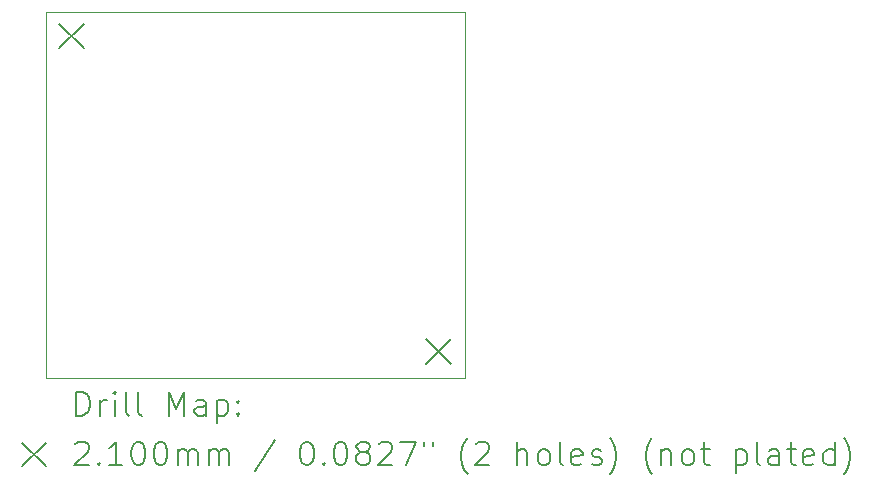
<source format=gbr>
%TF.GenerationSoftware,KiCad,Pcbnew,8.0.3-8.0.3-0~ubuntu22.04.1*%
%TF.CreationDate,2024-07-04T16:51:58+05:30*%
%TF.ProjectId,CSI,4353492e-6b69-4636-9164-5f7063625858,rev?*%
%TF.SameCoordinates,Original*%
%TF.FileFunction,Drillmap*%
%TF.FilePolarity,Positive*%
%FSLAX45Y45*%
G04 Gerber Fmt 4.5, Leading zero omitted, Abs format (unit mm)*
G04 Created by KiCad (PCBNEW 8.0.3-8.0.3-0~ubuntu22.04.1) date 2024-07-04 16:51:58*
%MOMM*%
%LPD*%
G01*
G04 APERTURE LIST*
%ADD10C,0.100000*%
%ADD11C,0.200000*%
%ADD12C,0.210000*%
G04 APERTURE END LIST*
D10*
X13910000Y-8517500D02*
X17455000Y-8517500D01*
X17455000Y-11620000D01*
X13910000Y-11620000D01*
X13910000Y-8517500D01*
D11*
D12*
X14017500Y-8617500D02*
X14227500Y-8827500D01*
X14227500Y-8617500D02*
X14017500Y-8827500D01*
X17130000Y-11290000D02*
X17340000Y-11500000D01*
X17340000Y-11290000D02*
X17130000Y-11500000D01*
D11*
X14165777Y-11936484D02*
X14165777Y-11736484D01*
X14165777Y-11736484D02*
X14213396Y-11736484D01*
X14213396Y-11736484D02*
X14241967Y-11746008D01*
X14241967Y-11746008D02*
X14261015Y-11765055D01*
X14261015Y-11765055D02*
X14270539Y-11784103D01*
X14270539Y-11784103D02*
X14280062Y-11822198D01*
X14280062Y-11822198D02*
X14280062Y-11850769D01*
X14280062Y-11850769D02*
X14270539Y-11888865D01*
X14270539Y-11888865D02*
X14261015Y-11907912D01*
X14261015Y-11907912D02*
X14241967Y-11926960D01*
X14241967Y-11926960D02*
X14213396Y-11936484D01*
X14213396Y-11936484D02*
X14165777Y-11936484D01*
X14365777Y-11936484D02*
X14365777Y-11803150D01*
X14365777Y-11841246D02*
X14375301Y-11822198D01*
X14375301Y-11822198D02*
X14384824Y-11812674D01*
X14384824Y-11812674D02*
X14403872Y-11803150D01*
X14403872Y-11803150D02*
X14422920Y-11803150D01*
X14489586Y-11936484D02*
X14489586Y-11803150D01*
X14489586Y-11736484D02*
X14480062Y-11746008D01*
X14480062Y-11746008D02*
X14489586Y-11755531D01*
X14489586Y-11755531D02*
X14499110Y-11746008D01*
X14499110Y-11746008D02*
X14489586Y-11736484D01*
X14489586Y-11736484D02*
X14489586Y-11755531D01*
X14613396Y-11936484D02*
X14594348Y-11926960D01*
X14594348Y-11926960D02*
X14584824Y-11907912D01*
X14584824Y-11907912D02*
X14584824Y-11736484D01*
X14718158Y-11936484D02*
X14699110Y-11926960D01*
X14699110Y-11926960D02*
X14689586Y-11907912D01*
X14689586Y-11907912D02*
X14689586Y-11736484D01*
X14946729Y-11936484D02*
X14946729Y-11736484D01*
X14946729Y-11736484D02*
X15013396Y-11879341D01*
X15013396Y-11879341D02*
X15080062Y-11736484D01*
X15080062Y-11736484D02*
X15080062Y-11936484D01*
X15261015Y-11936484D02*
X15261015Y-11831722D01*
X15261015Y-11831722D02*
X15251491Y-11812674D01*
X15251491Y-11812674D02*
X15232443Y-11803150D01*
X15232443Y-11803150D02*
X15194348Y-11803150D01*
X15194348Y-11803150D02*
X15175301Y-11812674D01*
X15261015Y-11926960D02*
X15241967Y-11936484D01*
X15241967Y-11936484D02*
X15194348Y-11936484D01*
X15194348Y-11936484D02*
X15175301Y-11926960D01*
X15175301Y-11926960D02*
X15165777Y-11907912D01*
X15165777Y-11907912D02*
X15165777Y-11888865D01*
X15165777Y-11888865D02*
X15175301Y-11869817D01*
X15175301Y-11869817D02*
X15194348Y-11860293D01*
X15194348Y-11860293D02*
X15241967Y-11860293D01*
X15241967Y-11860293D02*
X15261015Y-11850769D01*
X15356253Y-11803150D02*
X15356253Y-12003150D01*
X15356253Y-11812674D02*
X15375301Y-11803150D01*
X15375301Y-11803150D02*
X15413396Y-11803150D01*
X15413396Y-11803150D02*
X15432443Y-11812674D01*
X15432443Y-11812674D02*
X15441967Y-11822198D01*
X15441967Y-11822198D02*
X15451491Y-11841246D01*
X15451491Y-11841246D02*
X15451491Y-11898388D01*
X15451491Y-11898388D02*
X15441967Y-11917436D01*
X15441967Y-11917436D02*
X15432443Y-11926960D01*
X15432443Y-11926960D02*
X15413396Y-11936484D01*
X15413396Y-11936484D02*
X15375301Y-11936484D01*
X15375301Y-11936484D02*
X15356253Y-11926960D01*
X15537205Y-11917436D02*
X15546729Y-11926960D01*
X15546729Y-11926960D02*
X15537205Y-11936484D01*
X15537205Y-11936484D02*
X15527682Y-11926960D01*
X15527682Y-11926960D02*
X15537205Y-11917436D01*
X15537205Y-11917436D02*
X15537205Y-11936484D01*
X15537205Y-11812674D02*
X15546729Y-11822198D01*
X15546729Y-11822198D02*
X15537205Y-11831722D01*
X15537205Y-11831722D02*
X15527682Y-11822198D01*
X15527682Y-11822198D02*
X15537205Y-11812674D01*
X15537205Y-11812674D02*
X15537205Y-11831722D01*
X13705000Y-12165000D02*
X13905000Y-12365000D01*
X13905000Y-12165000D02*
X13705000Y-12365000D01*
X14156253Y-12175531D02*
X14165777Y-12166008D01*
X14165777Y-12166008D02*
X14184824Y-12156484D01*
X14184824Y-12156484D02*
X14232443Y-12156484D01*
X14232443Y-12156484D02*
X14251491Y-12166008D01*
X14251491Y-12166008D02*
X14261015Y-12175531D01*
X14261015Y-12175531D02*
X14270539Y-12194579D01*
X14270539Y-12194579D02*
X14270539Y-12213627D01*
X14270539Y-12213627D02*
X14261015Y-12242198D01*
X14261015Y-12242198D02*
X14146729Y-12356484D01*
X14146729Y-12356484D02*
X14270539Y-12356484D01*
X14356253Y-12337436D02*
X14365777Y-12346960D01*
X14365777Y-12346960D02*
X14356253Y-12356484D01*
X14356253Y-12356484D02*
X14346729Y-12346960D01*
X14346729Y-12346960D02*
X14356253Y-12337436D01*
X14356253Y-12337436D02*
X14356253Y-12356484D01*
X14556253Y-12356484D02*
X14441967Y-12356484D01*
X14499110Y-12356484D02*
X14499110Y-12156484D01*
X14499110Y-12156484D02*
X14480062Y-12185055D01*
X14480062Y-12185055D02*
X14461015Y-12204103D01*
X14461015Y-12204103D02*
X14441967Y-12213627D01*
X14680062Y-12156484D02*
X14699110Y-12156484D01*
X14699110Y-12156484D02*
X14718158Y-12166008D01*
X14718158Y-12166008D02*
X14727682Y-12175531D01*
X14727682Y-12175531D02*
X14737205Y-12194579D01*
X14737205Y-12194579D02*
X14746729Y-12232674D01*
X14746729Y-12232674D02*
X14746729Y-12280293D01*
X14746729Y-12280293D02*
X14737205Y-12318388D01*
X14737205Y-12318388D02*
X14727682Y-12337436D01*
X14727682Y-12337436D02*
X14718158Y-12346960D01*
X14718158Y-12346960D02*
X14699110Y-12356484D01*
X14699110Y-12356484D02*
X14680062Y-12356484D01*
X14680062Y-12356484D02*
X14661015Y-12346960D01*
X14661015Y-12346960D02*
X14651491Y-12337436D01*
X14651491Y-12337436D02*
X14641967Y-12318388D01*
X14641967Y-12318388D02*
X14632443Y-12280293D01*
X14632443Y-12280293D02*
X14632443Y-12232674D01*
X14632443Y-12232674D02*
X14641967Y-12194579D01*
X14641967Y-12194579D02*
X14651491Y-12175531D01*
X14651491Y-12175531D02*
X14661015Y-12166008D01*
X14661015Y-12166008D02*
X14680062Y-12156484D01*
X14870539Y-12156484D02*
X14889586Y-12156484D01*
X14889586Y-12156484D02*
X14908634Y-12166008D01*
X14908634Y-12166008D02*
X14918158Y-12175531D01*
X14918158Y-12175531D02*
X14927682Y-12194579D01*
X14927682Y-12194579D02*
X14937205Y-12232674D01*
X14937205Y-12232674D02*
X14937205Y-12280293D01*
X14937205Y-12280293D02*
X14927682Y-12318388D01*
X14927682Y-12318388D02*
X14918158Y-12337436D01*
X14918158Y-12337436D02*
X14908634Y-12346960D01*
X14908634Y-12346960D02*
X14889586Y-12356484D01*
X14889586Y-12356484D02*
X14870539Y-12356484D01*
X14870539Y-12356484D02*
X14851491Y-12346960D01*
X14851491Y-12346960D02*
X14841967Y-12337436D01*
X14841967Y-12337436D02*
X14832443Y-12318388D01*
X14832443Y-12318388D02*
X14822920Y-12280293D01*
X14822920Y-12280293D02*
X14822920Y-12232674D01*
X14822920Y-12232674D02*
X14832443Y-12194579D01*
X14832443Y-12194579D02*
X14841967Y-12175531D01*
X14841967Y-12175531D02*
X14851491Y-12166008D01*
X14851491Y-12166008D02*
X14870539Y-12156484D01*
X15022920Y-12356484D02*
X15022920Y-12223150D01*
X15022920Y-12242198D02*
X15032443Y-12232674D01*
X15032443Y-12232674D02*
X15051491Y-12223150D01*
X15051491Y-12223150D02*
X15080063Y-12223150D01*
X15080063Y-12223150D02*
X15099110Y-12232674D01*
X15099110Y-12232674D02*
X15108634Y-12251722D01*
X15108634Y-12251722D02*
X15108634Y-12356484D01*
X15108634Y-12251722D02*
X15118158Y-12232674D01*
X15118158Y-12232674D02*
X15137205Y-12223150D01*
X15137205Y-12223150D02*
X15165777Y-12223150D01*
X15165777Y-12223150D02*
X15184824Y-12232674D01*
X15184824Y-12232674D02*
X15194348Y-12251722D01*
X15194348Y-12251722D02*
X15194348Y-12356484D01*
X15289586Y-12356484D02*
X15289586Y-12223150D01*
X15289586Y-12242198D02*
X15299110Y-12232674D01*
X15299110Y-12232674D02*
X15318158Y-12223150D01*
X15318158Y-12223150D02*
X15346729Y-12223150D01*
X15346729Y-12223150D02*
X15365777Y-12232674D01*
X15365777Y-12232674D02*
X15375301Y-12251722D01*
X15375301Y-12251722D02*
X15375301Y-12356484D01*
X15375301Y-12251722D02*
X15384824Y-12232674D01*
X15384824Y-12232674D02*
X15403872Y-12223150D01*
X15403872Y-12223150D02*
X15432443Y-12223150D01*
X15432443Y-12223150D02*
X15451491Y-12232674D01*
X15451491Y-12232674D02*
X15461015Y-12251722D01*
X15461015Y-12251722D02*
X15461015Y-12356484D01*
X15851491Y-12146960D02*
X15680063Y-12404103D01*
X16108634Y-12156484D02*
X16127682Y-12156484D01*
X16127682Y-12156484D02*
X16146729Y-12166008D01*
X16146729Y-12166008D02*
X16156253Y-12175531D01*
X16156253Y-12175531D02*
X16165777Y-12194579D01*
X16165777Y-12194579D02*
X16175301Y-12232674D01*
X16175301Y-12232674D02*
X16175301Y-12280293D01*
X16175301Y-12280293D02*
X16165777Y-12318388D01*
X16165777Y-12318388D02*
X16156253Y-12337436D01*
X16156253Y-12337436D02*
X16146729Y-12346960D01*
X16146729Y-12346960D02*
X16127682Y-12356484D01*
X16127682Y-12356484D02*
X16108634Y-12356484D01*
X16108634Y-12356484D02*
X16089586Y-12346960D01*
X16089586Y-12346960D02*
X16080063Y-12337436D01*
X16080063Y-12337436D02*
X16070539Y-12318388D01*
X16070539Y-12318388D02*
X16061015Y-12280293D01*
X16061015Y-12280293D02*
X16061015Y-12232674D01*
X16061015Y-12232674D02*
X16070539Y-12194579D01*
X16070539Y-12194579D02*
X16080063Y-12175531D01*
X16080063Y-12175531D02*
X16089586Y-12166008D01*
X16089586Y-12166008D02*
X16108634Y-12156484D01*
X16261015Y-12337436D02*
X16270539Y-12346960D01*
X16270539Y-12346960D02*
X16261015Y-12356484D01*
X16261015Y-12356484D02*
X16251491Y-12346960D01*
X16251491Y-12346960D02*
X16261015Y-12337436D01*
X16261015Y-12337436D02*
X16261015Y-12356484D01*
X16394348Y-12156484D02*
X16413396Y-12156484D01*
X16413396Y-12156484D02*
X16432444Y-12166008D01*
X16432444Y-12166008D02*
X16441967Y-12175531D01*
X16441967Y-12175531D02*
X16451491Y-12194579D01*
X16451491Y-12194579D02*
X16461015Y-12232674D01*
X16461015Y-12232674D02*
X16461015Y-12280293D01*
X16461015Y-12280293D02*
X16451491Y-12318388D01*
X16451491Y-12318388D02*
X16441967Y-12337436D01*
X16441967Y-12337436D02*
X16432444Y-12346960D01*
X16432444Y-12346960D02*
X16413396Y-12356484D01*
X16413396Y-12356484D02*
X16394348Y-12356484D01*
X16394348Y-12356484D02*
X16375301Y-12346960D01*
X16375301Y-12346960D02*
X16365777Y-12337436D01*
X16365777Y-12337436D02*
X16356253Y-12318388D01*
X16356253Y-12318388D02*
X16346729Y-12280293D01*
X16346729Y-12280293D02*
X16346729Y-12232674D01*
X16346729Y-12232674D02*
X16356253Y-12194579D01*
X16356253Y-12194579D02*
X16365777Y-12175531D01*
X16365777Y-12175531D02*
X16375301Y-12166008D01*
X16375301Y-12166008D02*
X16394348Y-12156484D01*
X16575301Y-12242198D02*
X16556253Y-12232674D01*
X16556253Y-12232674D02*
X16546729Y-12223150D01*
X16546729Y-12223150D02*
X16537206Y-12204103D01*
X16537206Y-12204103D02*
X16537206Y-12194579D01*
X16537206Y-12194579D02*
X16546729Y-12175531D01*
X16546729Y-12175531D02*
X16556253Y-12166008D01*
X16556253Y-12166008D02*
X16575301Y-12156484D01*
X16575301Y-12156484D02*
X16613396Y-12156484D01*
X16613396Y-12156484D02*
X16632444Y-12166008D01*
X16632444Y-12166008D02*
X16641967Y-12175531D01*
X16641967Y-12175531D02*
X16651491Y-12194579D01*
X16651491Y-12194579D02*
X16651491Y-12204103D01*
X16651491Y-12204103D02*
X16641967Y-12223150D01*
X16641967Y-12223150D02*
X16632444Y-12232674D01*
X16632444Y-12232674D02*
X16613396Y-12242198D01*
X16613396Y-12242198D02*
X16575301Y-12242198D01*
X16575301Y-12242198D02*
X16556253Y-12251722D01*
X16556253Y-12251722D02*
X16546729Y-12261246D01*
X16546729Y-12261246D02*
X16537206Y-12280293D01*
X16537206Y-12280293D02*
X16537206Y-12318388D01*
X16537206Y-12318388D02*
X16546729Y-12337436D01*
X16546729Y-12337436D02*
X16556253Y-12346960D01*
X16556253Y-12346960D02*
X16575301Y-12356484D01*
X16575301Y-12356484D02*
X16613396Y-12356484D01*
X16613396Y-12356484D02*
X16632444Y-12346960D01*
X16632444Y-12346960D02*
X16641967Y-12337436D01*
X16641967Y-12337436D02*
X16651491Y-12318388D01*
X16651491Y-12318388D02*
X16651491Y-12280293D01*
X16651491Y-12280293D02*
X16641967Y-12261246D01*
X16641967Y-12261246D02*
X16632444Y-12251722D01*
X16632444Y-12251722D02*
X16613396Y-12242198D01*
X16727682Y-12175531D02*
X16737206Y-12166008D01*
X16737206Y-12166008D02*
X16756253Y-12156484D01*
X16756253Y-12156484D02*
X16803872Y-12156484D01*
X16803872Y-12156484D02*
X16822920Y-12166008D01*
X16822920Y-12166008D02*
X16832444Y-12175531D01*
X16832444Y-12175531D02*
X16841968Y-12194579D01*
X16841968Y-12194579D02*
X16841968Y-12213627D01*
X16841968Y-12213627D02*
X16832444Y-12242198D01*
X16832444Y-12242198D02*
X16718158Y-12356484D01*
X16718158Y-12356484D02*
X16841968Y-12356484D01*
X16908634Y-12156484D02*
X17041968Y-12156484D01*
X17041968Y-12156484D02*
X16956253Y-12356484D01*
X17108634Y-12156484D02*
X17108634Y-12194579D01*
X17184825Y-12156484D02*
X17184825Y-12194579D01*
X17480063Y-12432674D02*
X17470539Y-12423150D01*
X17470539Y-12423150D02*
X17451491Y-12394579D01*
X17451491Y-12394579D02*
X17441968Y-12375531D01*
X17441968Y-12375531D02*
X17432444Y-12346960D01*
X17432444Y-12346960D02*
X17422920Y-12299341D01*
X17422920Y-12299341D02*
X17422920Y-12261246D01*
X17422920Y-12261246D02*
X17432444Y-12213627D01*
X17432444Y-12213627D02*
X17441968Y-12185055D01*
X17441968Y-12185055D02*
X17451491Y-12166008D01*
X17451491Y-12166008D02*
X17470539Y-12137436D01*
X17470539Y-12137436D02*
X17480063Y-12127912D01*
X17546730Y-12175531D02*
X17556253Y-12166008D01*
X17556253Y-12166008D02*
X17575301Y-12156484D01*
X17575301Y-12156484D02*
X17622920Y-12156484D01*
X17622920Y-12156484D02*
X17641968Y-12166008D01*
X17641968Y-12166008D02*
X17651491Y-12175531D01*
X17651491Y-12175531D02*
X17661015Y-12194579D01*
X17661015Y-12194579D02*
X17661015Y-12213627D01*
X17661015Y-12213627D02*
X17651491Y-12242198D01*
X17651491Y-12242198D02*
X17537206Y-12356484D01*
X17537206Y-12356484D02*
X17661015Y-12356484D01*
X17899111Y-12356484D02*
X17899111Y-12156484D01*
X17984825Y-12356484D02*
X17984825Y-12251722D01*
X17984825Y-12251722D02*
X17975301Y-12232674D01*
X17975301Y-12232674D02*
X17956253Y-12223150D01*
X17956253Y-12223150D02*
X17927682Y-12223150D01*
X17927682Y-12223150D02*
X17908634Y-12232674D01*
X17908634Y-12232674D02*
X17899111Y-12242198D01*
X18108634Y-12356484D02*
X18089587Y-12346960D01*
X18089587Y-12346960D02*
X18080063Y-12337436D01*
X18080063Y-12337436D02*
X18070539Y-12318388D01*
X18070539Y-12318388D02*
X18070539Y-12261246D01*
X18070539Y-12261246D02*
X18080063Y-12242198D01*
X18080063Y-12242198D02*
X18089587Y-12232674D01*
X18089587Y-12232674D02*
X18108634Y-12223150D01*
X18108634Y-12223150D02*
X18137206Y-12223150D01*
X18137206Y-12223150D02*
X18156253Y-12232674D01*
X18156253Y-12232674D02*
X18165777Y-12242198D01*
X18165777Y-12242198D02*
X18175301Y-12261246D01*
X18175301Y-12261246D02*
X18175301Y-12318388D01*
X18175301Y-12318388D02*
X18165777Y-12337436D01*
X18165777Y-12337436D02*
X18156253Y-12346960D01*
X18156253Y-12346960D02*
X18137206Y-12356484D01*
X18137206Y-12356484D02*
X18108634Y-12356484D01*
X18289587Y-12356484D02*
X18270539Y-12346960D01*
X18270539Y-12346960D02*
X18261015Y-12327912D01*
X18261015Y-12327912D02*
X18261015Y-12156484D01*
X18441968Y-12346960D02*
X18422920Y-12356484D01*
X18422920Y-12356484D02*
X18384825Y-12356484D01*
X18384825Y-12356484D02*
X18365777Y-12346960D01*
X18365777Y-12346960D02*
X18356253Y-12327912D01*
X18356253Y-12327912D02*
X18356253Y-12251722D01*
X18356253Y-12251722D02*
X18365777Y-12232674D01*
X18365777Y-12232674D02*
X18384825Y-12223150D01*
X18384825Y-12223150D02*
X18422920Y-12223150D01*
X18422920Y-12223150D02*
X18441968Y-12232674D01*
X18441968Y-12232674D02*
X18451492Y-12251722D01*
X18451492Y-12251722D02*
X18451492Y-12270769D01*
X18451492Y-12270769D02*
X18356253Y-12289817D01*
X18527682Y-12346960D02*
X18546730Y-12356484D01*
X18546730Y-12356484D02*
X18584825Y-12356484D01*
X18584825Y-12356484D02*
X18603873Y-12346960D01*
X18603873Y-12346960D02*
X18613396Y-12327912D01*
X18613396Y-12327912D02*
X18613396Y-12318388D01*
X18613396Y-12318388D02*
X18603873Y-12299341D01*
X18603873Y-12299341D02*
X18584825Y-12289817D01*
X18584825Y-12289817D02*
X18556253Y-12289817D01*
X18556253Y-12289817D02*
X18537206Y-12280293D01*
X18537206Y-12280293D02*
X18527682Y-12261246D01*
X18527682Y-12261246D02*
X18527682Y-12251722D01*
X18527682Y-12251722D02*
X18537206Y-12232674D01*
X18537206Y-12232674D02*
X18556253Y-12223150D01*
X18556253Y-12223150D02*
X18584825Y-12223150D01*
X18584825Y-12223150D02*
X18603873Y-12232674D01*
X18680063Y-12432674D02*
X18689587Y-12423150D01*
X18689587Y-12423150D02*
X18708634Y-12394579D01*
X18708634Y-12394579D02*
X18718158Y-12375531D01*
X18718158Y-12375531D02*
X18727682Y-12346960D01*
X18727682Y-12346960D02*
X18737206Y-12299341D01*
X18737206Y-12299341D02*
X18737206Y-12261246D01*
X18737206Y-12261246D02*
X18727682Y-12213627D01*
X18727682Y-12213627D02*
X18718158Y-12185055D01*
X18718158Y-12185055D02*
X18708634Y-12166008D01*
X18708634Y-12166008D02*
X18689587Y-12137436D01*
X18689587Y-12137436D02*
X18680063Y-12127912D01*
X19041968Y-12432674D02*
X19032444Y-12423150D01*
X19032444Y-12423150D02*
X19013396Y-12394579D01*
X19013396Y-12394579D02*
X19003873Y-12375531D01*
X19003873Y-12375531D02*
X18994349Y-12346960D01*
X18994349Y-12346960D02*
X18984825Y-12299341D01*
X18984825Y-12299341D02*
X18984825Y-12261246D01*
X18984825Y-12261246D02*
X18994349Y-12213627D01*
X18994349Y-12213627D02*
X19003873Y-12185055D01*
X19003873Y-12185055D02*
X19013396Y-12166008D01*
X19013396Y-12166008D02*
X19032444Y-12137436D01*
X19032444Y-12137436D02*
X19041968Y-12127912D01*
X19118158Y-12223150D02*
X19118158Y-12356484D01*
X19118158Y-12242198D02*
X19127682Y-12232674D01*
X19127682Y-12232674D02*
X19146730Y-12223150D01*
X19146730Y-12223150D02*
X19175301Y-12223150D01*
X19175301Y-12223150D02*
X19194349Y-12232674D01*
X19194349Y-12232674D02*
X19203873Y-12251722D01*
X19203873Y-12251722D02*
X19203873Y-12356484D01*
X19327682Y-12356484D02*
X19308634Y-12346960D01*
X19308634Y-12346960D02*
X19299111Y-12337436D01*
X19299111Y-12337436D02*
X19289587Y-12318388D01*
X19289587Y-12318388D02*
X19289587Y-12261246D01*
X19289587Y-12261246D02*
X19299111Y-12242198D01*
X19299111Y-12242198D02*
X19308634Y-12232674D01*
X19308634Y-12232674D02*
X19327682Y-12223150D01*
X19327682Y-12223150D02*
X19356254Y-12223150D01*
X19356254Y-12223150D02*
X19375301Y-12232674D01*
X19375301Y-12232674D02*
X19384825Y-12242198D01*
X19384825Y-12242198D02*
X19394349Y-12261246D01*
X19394349Y-12261246D02*
X19394349Y-12318388D01*
X19394349Y-12318388D02*
X19384825Y-12337436D01*
X19384825Y-12337436D02*
X19375301Y-12346960D01*
X19375301Y-12346960D02*
X19356254Y-12356484D01*
X19356254Y-12356484D02*
X19327682Y-12356484D01*
X19451492Y-12223150D02*
X19527682Y-12223150D01*
X19480063Y-12156484D02*
X19480063Y-12327912D01*
X19480063Y-12327912D02*
X19489587Y-12346960D01*
X19489587Y-12346960D02*
X19508634Y-12356484D01*
X19508634Y-12356484D02*
X19527682Y-12356484D01*
X19746730Y-12223150D02*
X19746730Y-12423150D01*
X19746730Y-12232674D02*
X19765777Y-12223150D01*
X19765777Y-12223150D02*
X19803873Y-12223150D01*
X19803873Y-12223150D02*
X19822920Y-12232674D01*
X19822920Y-12232674D02*
X19832444Y-12242198D01*
X19832444Y-12242198D02*
X19841968Y-12261246D01*
X19841968Y-12261246D02*
X19841968Y-12318388D01*
X19841968Y-12318388D02*
X19832444Y-12337436D01*
X19832444Y-12337436D02*
X19822920Y-12346960D01*
X19822920Y-12346960D02*
X19803873Y-12356484D01*
X19803873Y-12356484D02*
X19765777Y-12356484D01*
X19765777Y-12356484D02*
X19746730Y-12346960D01*
X19956254Y-12356484D02*
X19937206Y-12346960D01*
X19937206Y-12346960D02*
X19927682Y-12327912D01*
X19927682Y-12327912D02*
X19927682Y-12156484D01*
X20118158Y-12356484D02*
X20118158Y-12251722D01*
X20118158Y-12251722D02*
X20108635Y-12232674D01*
X20108635Y-12232674D02*
X20089587Y-12223150D01*
X20089587Y-12223150D02*
X20051492Y-12223150D01*
X20051492Y-12223150D02*
X20032444Y-12232674D01*
X20118158Y-12346960D02*
X20099111Y-12356484D01*
X20099111Y-12356484D02*
X20051492Y-12356484D01*
X20051492Y-12356484D02*
X20032444Y-12346960D01*
X20032444Y-12346960D02*
X20022920Y-12327912D01*
X20022920Y-12327912D02*
X20022920Y-12308865D01*
X20022920Y-12308865D02*
X20032444Y-12289817D01*
X20032444Y-12289817D02*
X20051492Y-12280293D01*
X20051492Y-12280293D02*
X20099111Y-12280293D01*
X20099111Y-12280293D02*
X20118158Y-12270769D01*
X20184825Y-12223150D02*
X20261015Y-12223150D01*
X20213396Y-12156484D02*
X20213396Y-12327912D01*
X20213396Y-12327912D02*
X20222920Y-12346960D01*
X20222920Y-12346960D02*
X20241968Y-12356484D01*
X20241968Y-12356484D02*
X20261015Y-12356484D01*
X20403873Y-12346960D02*
X20384825Y-12356484D01*
X20384825Y-12356484D02*
X20346730Y-12356484D01*
X20346730Y-12356484D02*
X20327682Y-12346960D01*
X20327682Y-12346960D02*
X20318158Y-12327912D01*
X20318158Y-12327912D02*
X20318158Y-12251722D01*
X20318158Y-12251722D02*
X20327682Y-12232674D01*
X20327682Y-12232674D02*
X20346730Y-12223150D01*
X20346730Y-12223150D02*
X20384825Y-12223150D01*
X20384825Y-12223150D02*
X20403873Y-12232674D01*
X20403873Y-12232674D02*
X20413396Y-12251722D01*
X20413396Y-12251722D02*
X20413396Y-12270769D01*
X20413396Y-12270769D02*
X20318158Y-12289817D01*
X20584825Y-12356484D02*
X20584825Y-12156484D01*
X20584825Y-12346960D02*
X20565777Y-12356484D01*
X20565777Y-12356484D02*
X20527682Y-12356484D01*
X20527682Y-12356484D02*
X20508635Y-12346960D01*
X20508635Y-12346960D02*
X20499111Y-12337436D01*
X20499111Y-12337436D02*
X20489587Y-12318388D01*
X20489587Y-12318388D02*
X20489587Y-12261246D01*
X20489587Y-12261246D02*
X20499111Y-12242198D01*
X20499111Y-12242198D02*
X20508635Y-12232674D01*
X20508635Y-12232674D02*
X20527682Y-12223150D01*
X20527682Y-12223150D02*
X20565777Y-12223150D01*
X20565777Y-12223150D02*
X20584825Y-12232674D01*
X20661016Y-12432674D02*
X20670539Y-12423150D01*
X20670539Y-12423150D02*
X20689587Y-12394579D01*
X20689587Y-12394579D02*
X20699111Y-12375531D01*
X20699111Y-12375531D02*
X20708635Y-12346960D01*
X20708635Y-12346960D02*
X20718158Y-12299341D01*
X20718158Y-12299341D02*
X20718158Y-12261246D01*
X20718158Y-12261246D02*
X20708635Y-12213627D01*
X20708635Y-12213627D02*
X20699111Y-12185055D01*
X20699111Y-12185055D02*
X20689587Y-12166008D01*
X20689587Y-12166008D02*
X20670539Y-12137436D01*
X20670539Y-12137436D02*
X20661016Y-12127912D01*
M02*

</source>
